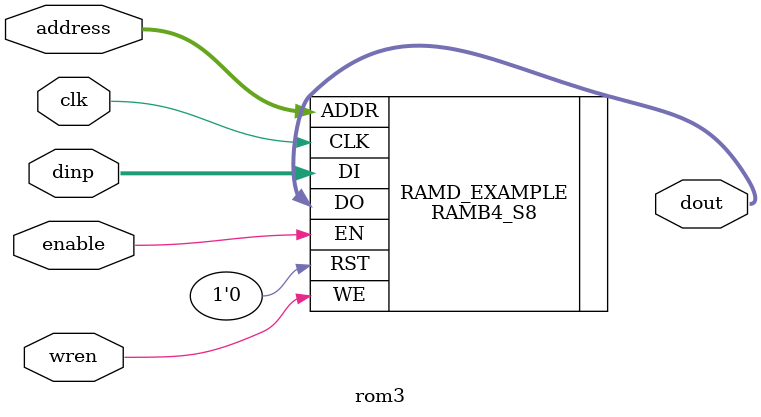
<source format=v>
module rom0 (
	input  [7:0]  dinp,
	input         wren,
	input  [8:0]  address,
	input         clk,
	input         enable,
	output [7:0]  dout
);

	RAMB4_S8    RAMA_EXAMPLE (
	    .DO(dout),
	    .ADDR(address),
	    .DI(dinp),
	    .EN(enable),
	    .CLK(clk),
	    .WE(wren),
	    .RST(1'b0)
);

//synthesis attribute INIT_00 of RAMA_EXAMPLE is "BA050E20202F49000000008052004F412020672067206D4D6E704D6F4F6143EB"
//synthesis attribute INIT_01 of RAMA_EXAMPLE is "03014704BF002FA10028CDB4FB2A32C1060EC181CB902CCD0F4A90CD75E4A835"
//synthesis attribute INIT_02 of RAMA_EXAMPLE is "930E901C90FC1280B4FE8307B2FFBECAB96146700406C690F63506B60500E8D2"
//synthesis attribute INIT_03 of RAMA_EXAMPLE is "E818B30505FF060732FC1480E8FFB2902E02B302902E3608A090068207078B07"
//synthesis attribute INIT_04 of RAMA_EXAMPLE is "3D0F0050C7FC84800FCDCD324DFEE8F0F8050031B90764A000CD75903CEDFC00"
//synthesis attribute INIT_05 of RAMA_EXAMPLE is "4E64903B8490F1C13780F633777224028076729000803C0FB33D0F004DB90084"
//synthesis attribute INIT_06 of RAMA_EXAMPLE is "E8FE75FF8A8490F64644FA3CE9FFF7E9FF00FFFE00887504FFF1E85EC25E56F6"
//synthesis attribute INIT_07 of RAMA_EXAMPLE is "46047204048A04E8000E16072C748AE82B02C6E407CF0E46B23CE92A8B5EE820"
//synthesis attribute INIT_08 of RAMA_EXAMPLE is "52C3C3C6E28810BFE6079006F804003107DE042C722C722C74049000FE04C72A"
//synthesis attribute INIT_09 of RAMA_EXAMPLE is "515B07010251EA5B3250748A58CD325816C052EF4690C02E515B10B900844A8E"
//synthesis attribute INIT_0A of RAMA_EXAMPLE is "280D6E6F746B61650D6A2E7773686D313820696F302073204252656D73505900"
//synthesis attribute INIT_0B of RAMA_EXAMPLE is "6E69592F2074726500496E3A6E7349653A79697053656D73500D65687561732D"
//synthesis attribute INIT_0C of RAMA_EXAMPLE is "31202020202020207063000407040604060306654345656872696E694E676361"
//synthesis attribute INIT_0D of RAMA_EXAMPLE is "202020206C74003174662030305B20202020006E6169535D54202B3A53207253"
//synthesis attribute INIT_0E of RAMA_EXAMPLE is "000000000000000000000000000000000000000000000078736368314D202020"
//synthesis attribute INIT_0F of RAMA_EXAMPLE is "5300000000000000000000000000000000000000000000000000000000000000"

endmodule

module rom1 (
	input  [7:0]  dinp,
	input         wren,
	input  [8:0]  address,
	input         clk,
	input         enable,
	output [7:0]  dout
);

	RAMB4_S8    RAMB_EXAMPLE (
	    .DO(dout),
	    .ADDR(address),
	    .DI(dinp),
	    .EN(enable),
	    .CLK(clk),
	    .WE(wren),
	    .RST(1'b0)
);

//synthesis attribute INIT_00 of RAMB_EXAMPLE is "040A202050340000000000004929522F7228616D6F65614F6F4F4F69206F5004"
//synthesis attribute INIT_01 of RAMB_EXAMPLE is "7CE8468A0010A307640EFFCBE2F649CBC688010000900000EBEA0A0110FA61B9"
//synthesis attribute INIT_02 of RAMB_EXAMPLE is "79FE90FC19807416B9900341902E032A20E803B375388A90858B3603BDBA0533"
//synthesis attribute INIT_03 of RAMB_EXAMPLE is "050002E0BA2755418580745F902E070207E2070290F8BFB4FF00C60F2D2DEB2D"
//synthesis attribute INIT_04 of RAMB_EXAMPLE is "0147C00084800F010800025EE88BF0EAE28867BE002FA2C37F0F4E10DF8480B4"
//synthesis attribute INIT_05 of RAMB_EXAMPLE is "248A1CF346903BE87404D85046418C079039301E07A8005374004FA500843D0F"
//synthesis attribute INIT_06 of RAMB_EXAMPLE is "524EC044560F1675048A84804E073B46133C1B010190E488333BFFFFFE015277"
//synthesis attribute INIT_07 of RAMB_EXAMPLE is "04903A04E8C3C6000BE88B2E90C0C3000607C3322E038BC28480F7C7FE5A00B0"
//synthesis attribute INIT_08 of RAMB_EXAMPLE is "51C346C34604B957E82B00C6E28810BF2FEBE29010900A90C08A903C37079006"
//synthesis attribute INIT_09 of RAMB_EXAMPLE is "505928B4B453EB100E90C02E5B09511F8933C3EB009084005059CD07B83616C0"
//synthesis attribute INIT_0A of RAMB_EXAMPLE is "0A2E6963202020720A2E652E4063203030747243306E72532020746F754910B9"
//synthesis attribute INIT_0B of RAMB_EXAMPLE is "61780059736561766D206172456D206C1974747520746F7549296D7420746954"
//synthesis attribute INIT_0C of RAMB_EXAMPLE is "5B20202020202020796E00782252E801A5B758633A20676361646178206E2073"
//synthesis attribute INIT_0D of RAMB_EXAMPLE is "202020206F6F5D306C653030302020202020296F7A7455524F4D533344726955"
//synthesis attribute INIT_0E of RAMB_EXAMPLE is "000000000000000000000000000000000000000000000045726143205B202020"
//synthesis attribute INIT_0F of RAMB_EXAMPLE is "0000000000000000000000000000000000000000000000000000000000000000"

endmodule

module rom2 (
	input  [7:0]  dinp,
	input         wren,
	input  [8:0]  address,
	input         clk,
	input         enable,
	output [7:0]  dout
);

	RAMB4_S8    RAMC_EXAMPLE (
	    .DO(dout),
	    .ADDR(address),
	    .DI(dinp),
	    .EN(enable),
	    .CLK(clk),
	    .WE(wren),
	    .RST(1'b0)
);

//synthesis attribute INIT_00 of RAMC_EXAMPLE is "53BE20204456100000050037432020436F206D61726C535269005274644290AA"
//synthesis attribute INIT_01 of RAMC_EXAMPLE is "E8F8050767B9002EA0893204463309000009FF7824053DB4E4E275B4A874E400"
//synthesis attribute INIT_02 of RAMC_EXAMPLE is "07E52980749048CDEB0847BE02077000B00767900702073D9001BF8BBE039E07"
//synthesis attribute INIT_03 of RAMC_EXAMPLE is "F7BAA7BE70E9FFBE0F90FF030457415541E82D013503E4077407FF903E069006"
//synthesis attribute INIT_04 of RAMC_EXAMPLE is "1000843D0F0001053CB4B45A520200D74704BF0065A1071025B43C74240F1602"
//synthesis attribute INIT_05 of RAMC_EXAMPLE is "88597375242956901F178E1E3C3C742A903C3C742A72AB0052FF00843D0F0048"
//synthesis attribute INIT_06 of RAMC_EXAMPLE is "565E8488FEF7EBC088560FFFCA84FFC28480E984B990842483003C40469304F1"
//synthesis attribute INIT_07 of RAMC_EXAMPLE is "88903CE2C05A0008E80752A29084FE01C72A0430A007F4FE0FFE8B2BC4010101"
//synthesis attribute INIT_08 of RAMC_EXAMPLE is "53FF005F478A07C3000607C34605B95716D0C1903C903C9084D22A80E82B01C6"
//synthesis attribute INIT_09 of RAMC_EXAMPLE is "C3100E10FF5046CDB49084C359B45304D81E58C2080A0401C35A00B74A8A8A33"
//synthesis attribute INIT_0A of RAMC_EXAMPLE is "0D657420797973500D6464636E632C323068790A2E6F654F4D20754342C3CD01"
//synthesis attribute INIT_0B of RAMC_EXAMPLE is "20452928726D506165656865206574651869557420754342007520207473204C"
//synthesis attribute INIT_0C of RAMC_EXAMPLE is "202020202020200054790404040404030303006E63206E206320204573616520"
//synthesis attribute INIT_0D of RAMC_EXAMPLE is "20202020637220307544302E3020202020202569695542453A5355203A6F4D42"
//synthesis attribute INIT_0E of RAMC_EXAMPLE is "0000000000000000000000000000000000000000000074006572207820202020"
//synthesis attribute INIT_0F of RAMC_EXAMPLE is "0000000000000000000000000000000000000000000000000000000000000000"

endmodule

module rom3 (
	input  [7:0]  dinp,
	input         wren,
	input  [8:0]  address,
	input         clk,
	input         enable,
	output [7:0]  dout
);

	RAMB4_S8    RAMD_EXAMPLE (
	    .DO(dout),
	    .ADDR(address),
	    .DI(dinp),
	    .EN(enable),
	    .CLK(clk),
	    .WE(wren),
	    .RST(1'b0)
);

//synthesis attribute INIT_00 of RAMD_EXAMPLE is "E81F20205550010004000076504D54506665497250702020744C6E7072497255"
//synthesis attribute INIT_01 of RAMD_EXAMPLE is "04E28831BE0765A20710038804C0E17702E9C1B9E8751690759016FA6110820A"
//synthesis attribute INIT_02 of RAMD_EXAMPLE is "2DEB74905090FC00C6C7E8155541E81503B3E8902D2CB37490B202E81894BEB3"
//synthesis attribute INIT_03 of RAMD_EXAMPLE is "BE07E814B3902EFF1C90FC2C5515BEFFBE0736BA8B06F62DE92D7D0480FE03C6"
//synthesis attribute INIT_04 of RAMD_EXAMPLE is "843D0F001CCEFC841610FF02569FFFEB468A0710A3002ECD10E99059FE01CD9C"
//synthesis attribute INIT_05 of RAMD_EXAMPLE is "FF90F1E48A7300905806C08286DF903E149A90903E20843D00843D0F004BB200"
//synthesis attribute INIT_06 of RAMD_EXAMPLE is "CAF64604E53B5E8401FE0001FE0F0DFE0FC3C2E82404468A0F8CE9E95AE8883B"
//synthesis attribute INIT_07 of RAMD_EXAMPLE is "070430C1C60005E8002FC3300704810790068904C32BEBFE00B9D0C6E92DB91C"
//synthesis attribute INIT_08 of RAMD_EXAMPLE is "50B404F8050031FD10C72A5F478A07C3890A2004070C301B463374C3000607C3"
//synthesis attribute INIT_09 of RAMD_EXAMPLE is "58CD8BCD32C358FF530F045A10FF50508E5059FEE8748AB9581F00060404D81E"
//synthesis attribute INIT_0A of RAMD_EXAMPLE is "0A756E6F656E730A706169666161312D3267700D306956494F7270202D5820B4"
//synthesis attribute INIT_0B of RAMD_EXAMPLE is "743A4E3F656120537467437420746353006C20657270202D0A6E657072205A41"
//synthesis attribute INIT_0C of RAMD_EXAMPLE is "202020202020206520537B73624111D5C7AD6C61737361647364743A65687664"
//synthesis attribute INIT_0D of RAMD_EXAMPLE is "202020006F50303A6120312E30202020202028746C2000483444424D3272203A"
//synthesis attribute INIT_0E of RAMD_EXAMPLE is "00000000000000000000000000000000000000000000695D7461366120202020"
//synthesis attribute INIT_0F of RAMD_EXAMPLE is "0000000000000000000000000000000000000000000000000000000000000000"

endmodule


</source>
